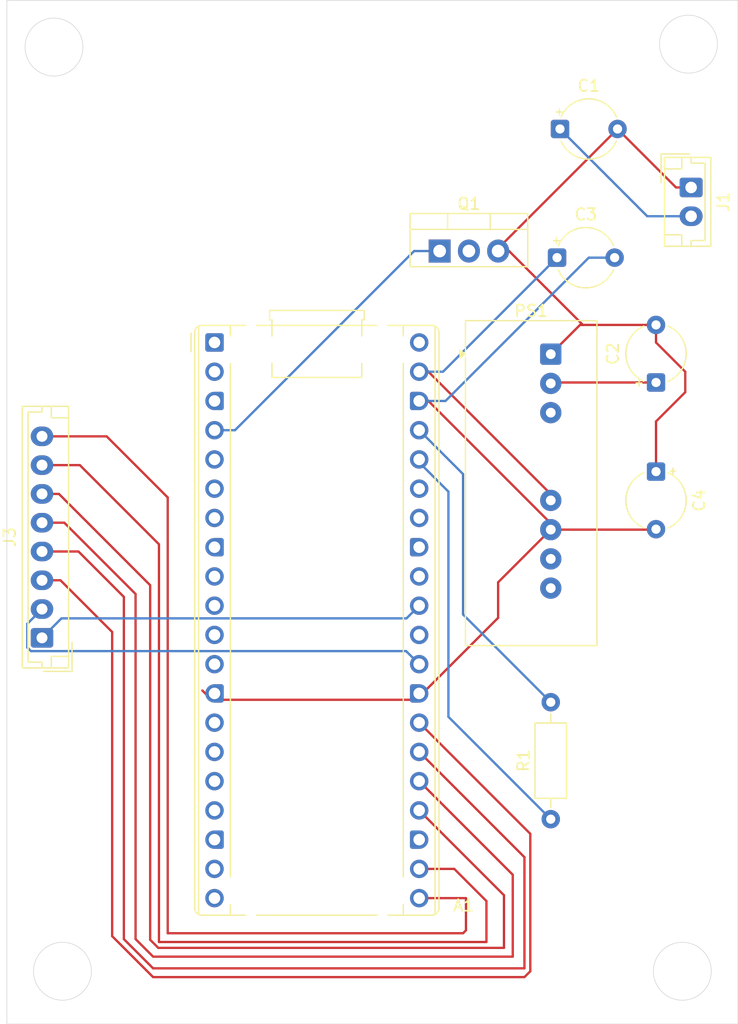
<source format=kicad_pcb>
(kicad_pcb (version 20241229) (generator "pcbnew") (generator_version "9.0")
  (title_block (title "uSafe") (date "2025-12-05") (rev "0.1.0") (company "Stanley Solutions") (comment 1 "Author: Joe Stanley") (comment 2 "License: GPL3.0"))
  (layers (0 "F.Cu" signal) (2 "B.Cu" signal) (13 "F.Paste" user) (15 "B.Paste" user) (5 "F.SilkS" user "F.Silkscreen") (7 "B.SilkS" user "B.Silkscreen") (1 "F.Mask" user) (3 "B.Mask" user) (25 "Edge.Cuts" user))
  (net 0 "")
  (net 2 "Net-(PS1--Vout)")
  (net 3 "Net-(A1-GPIO2)")
  (net 5 "Net-(A1-GPIO19)")
  (net 6 "Net-(A1-GPIO22)")
  (net 7 "Net-(A1-GPIO20)")
  (net 9 "Net-(A1-GPIO26_ADC0)")
  (net 10 "Net-(A1-3V3)")
  (net 16 "Net-(A1-GPIO17)")
  (net 18 "Net-(A1-3V3_EN)")
  (net 19 "Net-(A1-GPIO16)")
  (net 22 "Net-(A1-GPIO18)")
  (net 23 "Net-(A1-VSYS)")
  (net 31 "Net-(A1-GPIO21)")
  (net 35 "Net-(J1-Pin_1)")
  (net 36 "Net-(J1-Pin_2)")
  (net 37 "Net-(PS1-+Vin)")
  (net 40 "Net-(J2-Pin_2)")
  (footprint "Resistor_THT:R_Axial_DIN0207_L6.3mm_D2.5mm_P10.16mm_Horizontal" (layer "F.Cu") (at 161.544 134.874 90)
    (property "Reference" "R1" (at 5.08 -2.37 90) (layer "F.SilkS"))
    (property "Value" "R")
    (fp_line (start 9.12 0) (end 8.35 0) (stroke (width 0.12)) (layer "F.SilkS"))
    (fp_line (start 1.04 0) (end 1.81 0) (stroke (width 0.12)) (layer "F.SilkS"))
    (fp_rect (start 1.81 -1.37) (end 8.35 1.37) (stroke (width 0.12)) (fill no) (layer "F.SilkS"))
    (pad "1" thru_hole circle (at 0 0 90) (size 1.6 1.6) (drill 0.8) (layers "*.Cu" "*.Mask") (net 10 "Net-(A1-3V3)"))
    (pad "2" thru_hole circle (at 10.16 0 90) (size 1.6 1.6) (drill 0.8) (layers "*.Cu" "*.Mask") (net 18 "Net-(A1-3V3_EN)"))
  )
  (footprint "Capacitor_THT:CP_Radial_Tantal_D5.0mm_P5.00mm" (layer "F.Cu") (at 170.688 96.948 90)
    (property "Reference" "C2" (at 2.5 -3.75 90) (layer "F.SilkS"))
    (property "Value" "4.7uF")
    (fp_line (start -0.054775 -1.725) (end -0.054775 -1.225) (stroke (width 0.12)) (layer "F.SilkS"))
    (fp_line (start -0.304775 -1.475) (end 0.195225 -1.475) (stroke (width 0.12)) (layer "F.SilkS"))
    (fp_arc (start 0.104003 -1.06) (mid 2.5 -2.62) (end 4.895997 -1.06) (stroke (width 0.12)) (layer "F.SilkS"))
    (fp_arc (start 4.895997 1.06) (mid 2.5 2.62) (end 0.104003 1.06) (stroke (width 0.12)) (layer "F.SilkS"))
    (pad "1" thru_hole roundrect (at 0 0 90) (size 1.6 1.6) (drill 0.8) (layers "*.Cu" "*.Mask") (roundrect_rratio 0.15625) (net 37 "Net-(PS1-+Vin)"))
    (pad "2" thru_hole circle (at 5 0 90) (size 1.6 1.6) (drill 0.8) (layers "*.Cu" "*.Mask") (net 35 "Net-(J1-Pin_1)"))
  )
  (footprint "Module:RaspberryPi_Pico_Common_THT" (layer "F.Cu") (at 132.334 93.472)
    (property "Reference" "A1" (at 20.6375 48.895 0) (layer "F.SilkS") (effects (justify left)))
    (property "Value" "RaspberryPi_Pico_W")
    (fp_line (start -2.04 0.8) (end -2.04 -0.8) (stroke (width 0.12)) (layer "F.SilkS"))
    (fp_line (start -1.72 -0.87) (end -1.72 49.13) (stroke (width 0.12)) (layer "F.SilkS"))
    (fp_line (start -1.38 -1.417) (end -1.38 49.677) (stroke (width 0.12)) (layer "F.SilkS"))
    (fp_line (start -1.11 -1.48) (end 1.38 -1.48) (stroke (width 0.12)) (layer "F.SilkS"))
    (fp_line (start -1.11 49.74) (end 2.727939 49.74) (stroke (width 0.12)) (layer "F.SilkS"))
    (fp_line (start 1.38 -1.48) (end 1.38 -0.56648) (stroke (width 0.12)) (layer "F.SilkS"))
    (fp_line (start 1.38 -1.48) (end 2.72794 -1.48) (stroke (width 0.12)) (layer "F.SilkS"))
    (fp_line (start 1.38 1.82648) (end 1.38 46.43352) (stroke (width 0.12)) (layer "F.SilkS"))
    (fp_line (start 1.38 48.82648) (end 1.38 49.74) (stroke (width 0.12)) (layer "F.SilkS"))
    (fp_line (start 3.652061 -1.48) (end 4.655 -1.48) (stroke (width 0.12)) (layer "F.SilkS"))
    (fp_line (start 4.655 -1.48) (end 13.125 -1.48) (stroke (width 0.12)) (layer "F.SilkS"))
    (fp_line (start 4.78 -2.78) (end 4.78 -1.96) (stroke (width 0.12)) (layer "F.SilkS"))
    (fp_line (start 4.78 -2.78) (end 13 -2.78) (stroke (width 0.12)) (layer "F.SilkS"))
    (fp_line (start 4.78 -1.96) (end 4.99 -1.96) (stroke (width 0.12)) (layer "F.SilkS"))
    (fp_line (start 4.99 -1.96) (end 4.99 -0.564) (stroke (width 0.12)) (layer "F.SilkS"))
    (fp_line (start 4.99 1.824) (end 4.99 3.04) (stroke (width 0.12)) (layer "F.SilkS"))
    (fp_line (start 5.29 49.74) (end 3.652061 49.74) (stroke (width 0.12)) (layer "F.SilkS"))
    (fp_line (start 12.49 49.74) (end 5.29 49.74) (stroke (width 0.12)) (layer "F.SilkS"))
    (fp_line (start 12.79 -1.96) (end 12.79 -0.564) (stroke (width 0.12)) (layer "F.SilkS"))
    (fp_line (start 12.79 1.824) (end 12.79 3.04) (stroke (width 0.12)) (layer "F.SilkS"))
    (fp_line (start 12.79 3.04) (end 4.99 3.04) (stroke (width 0.12)) (layer "F.SilkS"))
    (fp_line (start 13 -2.78) (end 13 -1.96) (stroke (width 0.12)) (layer "F.SilkS"))
    (fp_line (start 13 -1.96) (end 12.79 -1.96) (stroke (width 0.12)) (layer "F.SilkS"))
    (fp_line (start 13.125 -1.48) (end 14.127939 -1.48) (stroke (width 0.12)) (layer "F.SilkS"))
    (fp_line (start 14.127939 49.74) (end 12.49 49.74) (stroke (width 0.12)) (layer "F.SilkS"))
    (fp_line (start 15.052061 -1.48) (end 16.4 -1.48) (stroke (width 0.12)) (layer "F.SilkS"))
    (fp_line (start 15.052061 49.74) (end 18.89 49.74) (stroke (width 0.12)) (layer "F.SilkS"))
    (fp_line (start 16.4 -1.48) (end 16.4 -0.56648) (stroke (width 0.12)) (layer "F.SilkS"))
    (fp_line (start 16.4 1.82648) (end 16.4 46.43352) (stroke (width 0.12)) (layer "F.SilkS"))
    (fp_line (start 16.4 48.82648) (end 16.4 49.74) (stroke (width 0.12)) (layer "F.SilkS"))
    (fp_line (start 18.89 -1.48) (end 16.4 -1.48) (stroke (width 0.12)) (layer "F.SilkS"))
    (fp_line (start 19.16 49.677) (end 19.16 -1.417) (stroke (width 0.12)) (layer "F.SilkS"))
    (fp_line (start 19.5 -0.87) (end 19.5 49.13) (stroke (width 0.12)) (layer "F.SilkS"))
    (fp_arc (start -1.72 -0.87) (mid -1.541335 -1.301335) (end -1.11 -1.48) (stroke (width 0.12)) (layer "F.SilkS"))
    (fp_arc (start -1.11 49.74) (mid -1.541364 49.561364) (end -1.72 49.13) (stroke (width 0.12)) (layer "F.SilkS"))
    (fp_arc (start 18.89 -1.48) (mid 19.321335 -1.301335) (end 19.5 -0.87) (stroke (width 0.12)) (layer "F.SilkS"))
    (fp_arc (start 19.5 49.13) (mid 19.321335 49.561335) (end 18.89 49.74) (stroke (width 0.12)) (layer "F.SilkS"))
    (pad "1" thru_hole roundrect (at 0 0) (size 1.6 1.6) (drill 1) (layers "*.Cu" "*.Mask") (roundrect_rratio 0.125))
    (pad "2" thru_hole circle (at 0 2.54) (size 1.6 1.6) (drill 1) (layers "*.Cu" "*.Mask"))
    (pad "3" thru_hole custom (at 0 5.08) (size 1.6 1.6) (drill 1) (layers "*.Cu" "*.Mask") (net 2 "Net-(PS1--Vout)") (options (clearance outline) (anchor circle)) (primitives (gr_poly (pts (xy 0.8 0.6) (xy 0.8 -0.6) (xy 0.6 -0.8) (xy 0 -0.8) (xy 0 0.8) (xy 0.6 0.8)) (width 0) (fill yes)) (gr_circle (center 0.6 0.6) (end 0.8 0.6) (width 0) (fill yes)) (gr_circle (center 0.6 -0.6) (end 0.8 -0.6) (width 0) (fill yes))))
    (pad "4" thru_hole circle (at 0 7.62) (size 1.6 1.6) (drill 1) (layers "*.Cu" "*.Mask") (net 3 "Net-(A1-GPIO2)"))
    (pad "5" thru_hole circle (at 0 10.16) (size 1.6 1.6) (drill 1) (layers "*.Cu" "*.Mask"))
    (pad "6" thru_hole circle (at 0 12.7) (size 1.6 1.6) (drill 1) (layers "*.Cu" "*.Mask"))
    (pad "7" thru_hole circle (at 0 15.24) (size 1.6 1.6) (drill 1) (layers "*.Cu" "*.Mask"))
    (pad "8" thru_hole custom (at 0 17.78) (size 1.6 1.6) (drill 1) (layers "*.Cu" "*.Mask") (net 2 "Net-(PS1--Vout)") (options (clearance outline) (anchor circle)) (primitives (gr_poly (pts (xy 0.8 0.6) (xy 0.8 -0.6) (xy 0.6 -0.8) (xy 0 -0.8) (xy 0 0.8) (xy 0.6 0.8)) (width 0) (fill yes)) (gr_circle (center 0.6 0.6) (end 0.8 0.6) (width 0) (fill yes)) (gr_circle (center 0.6 -0.6) (end 0.8 -0.6) (width 0) (fill yes))))
    (pad "9" thru_hole circle (at 0 20.32) (size 1.6 1.6) (drill 1) (layers "*.Cu" "*.Mask"))
    (pad "10" thru_hole circle (at 0 22.86) (size 1.6 1.6) (drill 1) (layers "*.Cu" "*.Mask"))
    (pad "11" thru_hole circle (at 0 25.4) (size 1.6 1.6) (drill 1) (layers "*.Cu" "*.Mask"))
    (pad "12" thru_hole circle (at 0 27.94) (size 1.6 1.6) (drill 1) (layers "*.Cu" "*.Mask"))
    (pad "13" thru_hole custom (at 0 30.48) (size 1.6 1.6) (drill 1) (layers "*.Cu" "*.Mask") (net 2 "Net-(PS1--Vout)") (options (clearance outline) (anchor circle)) (primitives (gr_poly (pts (xy 0.8 0.6) (xy 0.8 -0.6) (xy 0.6 -0.8) (xy 0 -0.8) (xy 0 0.8) (xy 0.6 0.8)) (width 0) (fill yes)) (gr_circle (center 0.6 0.6) (end 0.8 0.6) (width 0) (fill yes)) (gr_circle (center 0.6 -0.6) (end 0.8 -0.6) (width 0) (fill yes))))
    (pad "14" thru_hole circle (at 0 33.02) (size 1.6 1.6) (drill 1) (layers "*.Cu" "*.Mask"))
    (pad "15" thru_hole circle (at 0 35.56) (size 1.6 1.6) (drill 1) (layers "*.Cu" "*.Mask"))
    (pad "16" thru_hole circle (at 0 38.1) (size 1.6 1.6) (drill 1) (layers "*.Cu" "*.Mask"))
    (pad "17" thru_hole circle (at 0 40.64) (size 1.6 1.6) (drill 1) (layers "*.Cu" "*.Mask"))
    (pad "18" thru_hole custom (at 0 43.18) (size 1.6 1.6) (drill 1) (layers "*.Cu" "*.Mask") (net 2 "Net-(PS1--Vout)") (options (clearance outline) (anchor circle)) (primitives (gr_poly (pts (xy 0.8 0.6) (xy 0.8 -0.6) (xy 0.6 -0.8) (xy 0 -0.8) (xy 0 0.8) (xy 0.6 0.8)) (width 0) (fill yes)) (gr_circle (center 0.6 0.6) (end 0.8 0.6) (width 0) (fill yes)) (gr_circle (center 0.6 -0.6) (end 0.8 -0.6) (width 0) (fill yes))))
    (pad "19" thru_hole circle (at 0 45.72) (size 1.6 1.6) (drill 1) (layers "*.Cu" "*.Mask"))
    (pad "20" thru_hole circle (at 0 48.26) (size 1.6 1.6) (drill 1) (layers "*.Cu" "*.Mask"))
    (pad "21" thru_hole circle (at 17.78 48.26) (size 1.6 1.6) (drill 1) (layers "*.Cu" "*.Mask") (net 19 "Net-(A1-GPIO16)"))
    (pad "22" thru_hole circle (at 17.78 45.72) (size 1.6 1.6) (drill 1) (layers "*.Cu" "*.Mask") (net 16 "Net-(A1-GPIO17)"))
    (pad "23" thru_hole custom (at 17.78 43.18) (size 1.6 1.6) (drill 1) (layers "*.Cu" "*.Mask") (net 2 "Net-(PS1--Vout)") (options (clearance outline) (anchor circle)) (primitives (gr_poly (pts (xy -0.8 0.6) (xy -0.8 -0.6) (xy -0.6 -0.8) (xy 0 -0.8) (xy 0 0.8) (xy -0.6 0.8)) (width 0) (fill yes)) (gr_circle (center -0.6 0.6) (end -0.4 0.6) (width 0) (fill yes)) (gr_circle (center -0.6 -0.6) (end -0.4 -0.6) (width 0) (fill yes))))
    (pad "24" thru_hole circle (at 17.78 40.64) (size 1.6 1.6) (drill 1) (layers "*.Cu" "*.Mask") (net 22 "Net-(A1-GPIO18)"))
    (pad "25" thru_hole circle (at 17.78 38.1) (size 1.6 1.6) (drill 1) (layers "*.Cu" "*.Mask") (net 5 "Net-(A1-GPIO19)"))
    (pad "26" thru_hole circle (at 17.78 35.56) (size 1.6 1.6) (drill 1) (layers "*.Cu" "*.Mask") (net 7 "Net-(A1-GPIO20)"))
    (pad "27" thru_hole circle (at 17.78 33.02) (size 1.6 1.6) (drill 1) (layers "*.Cu" "*.Mask") (net 31 "Net-(A1-GPIO21)"))
    (pad "28" thru_hole custom (at 17.78 30.48) (size 1.6 1.6) (drill 1) (layers "*.Cu" "*.Mask") (net 2 "Net-(PS1--Vout)") (options (clearance outline) (anchor circle)) (primitives (gr_poly (pts (xy -0.8 0.6) (xy -0.8 -0.6) (xy -0.6 -0.8) (xy 0 -0.8) (xy 0 0.8) (xy -0.6 0.8)) (width 0) (fill yes)) (gr_circle (center -0.6 0.6) (end -0.4 0.6) (width 0) (fill yes)) (gr_circle (center -0.6 -0.6) (end -0.4 -0.6) (width 0) (fill yes))))
    (pad "29" thru_hole circle (at 17.78 27.94) (size 1.6 1.6) (drill 1) (layers "*.Cu" "*.Mask") (net 6 "Net-(A1-GPIO22)"))
    (pad "30" thru_hole circle (at 17.78 25.4) (size 1.6 1.6) (drill 1) (layers "*.Cu" "*.Mask"))
    (pad "31" thru_hole circle (at 17.78 22.86) (size 1.6 1.6) (drill 1) (layers "*.Cu" "*.Mask") (net 9 "Net-(A1-GPIO26_ADC0)"))
    (pad "32" thru_hole circle (at 17.78 20.32) (size 1.6 1.6) (drill 1) (layers "*.Cu" "*.Mask"))
    (pad "33" thru_hole custom (at 17.78 17.78) (size 1.6 1.6) (drill 1) (layers "*.Cu" "*.Mask") (options (clearance outline) (anchor circle)) (primitives (gr_poly (pts (xy -0.8 0.6) (xy -0.8 -0.6) (xy -0.6 -0.8) (xy 0 -0.8) (xy 0 0.8) (xy -0.6 0.8)) (width 0) (fill yes)) (gr_circle (center -0.6 0.6) (end -0.4 0.6) (width 0) (fill yes)) (gr_circle (center -0.6 -0.6) (end -0.4 -0.6) (width 0) (fill yes))))
    (pad "34" thru_hole circle (at 17.78 15.24) (size 1.6 1.6) (drill 1) (layers "*.Cu" "*.Mask"))
    (pad "35" thru_hole circle (at 17.78 12.7) (size 1.6 1.6) (drill 1) (layers "*.Cu" "*.Mask"))
    (pad "36" thru_hole circle (at 17.78 10.16) (size 1.6 1.6) (drill 1) (layers "*.Cu" "*.Mask") (net 10 "Net-(A1-3V3)"))
    (pad "37" thru_hole circle (at 17.78 7.62) (size 1.6 1.6) (drill 1) (layers "*.Cu" "*.Mask") (net 18 "Net-(A1-3V3_EN)"))
    (pad "38" thru_hole custom (at 17.78 5.08) (size 1.6 1.6) (drill 1) (layers "*.Cu" "*.Mask") (net 2 "Net-(PS1--Vout)") (options (clearance outline) (anchor circle)) (primitives (gr_poly (pts (xy -0.8 0.6) (xy -0.8 -0.6) (xy -0.6 -0.8) (xy 0 -0.8) (xy 0 0.8) (xy -0.6 0.8)) (width 0) (fill yes)) (gr_circle (center -0.6 0.6) (end -0.4 0.6) (width 0) (fill yes)) (gr_circle (center -0.6 -0.6) (end -0.4 -0.6) (width 0) (fill yes))))
    (pad "39" thru_hole circle (at 17.78 2.54) (size 1.6 1.6) (drill 1) (layers "*.Cu" "*.Mask") (net 23 "Net-(A1-VSYS)"))
    (pad "40" thru_hole circle (at 17.78 0) (size 1.6 1.6) (drill 1) (layers "*.Cu" "*.Mask"))
  )
  (footprint "Connector_JST:JST_EH_B8B-EH-A_1x08_P2.50mm_Vertical" (layer "F.Cu") (at 117.348 119.126 90)
    (property "Reference" "J3" (at 8.75 -2.8 90) (layer "F.SilkS"))
    (property "Value" "Conn_01x08_Pin")
    (fp_line (start 20.11 -1.71) (end -2.61 -1.71) (stroke (width 0.12)) (layer "F.SilkS"))
    (fp_line (start -2.61 -1.71) (end -2.61 2.31) (stroke (width 0.12)) (layer "F.SilkS"))
    (fp_line (start 19.61 -1.21) (end 19.61 0) (stroke (width 0.12)) (layer "F.SilkS"))
    (fp_line (start -2.11 -1.21) (end 19.61 -1.21) (stroke (width 0.12)) (layer "F.SilkS"))
    (fp_line (start 19.61 0) (end 20.11 0) (stroke (width 0.12)) (layer "F.SilkS"))
    (fp_line (start -2.11 0) (end -2.11 -1.21) (stroke (width 0.12)) (layer "F.SilkS"))
    (fp_line (start -2.61 0) (end -2.11 0) (stroke (width 0.12)) (layer "F.SilkS"))
    (fp_line (start -2.91 0.11) (end -2.91 2.61) (stroke (width 0.12)) (layer "F.SilkS"))
    (fp_line (start 20.11 0.81) (end 19.11 0.81) (stroke (width 0.12)) (layer "F.SilkS"))
    (fp_line (start 19.11 0.81) (end 19.11 2.31) (stroke (width 0.12)) (layer "F.SilkS"))
    (fp_line (start -1.61 0.81) (end -1.61 2.31) (stroke (width 0.12)) (layer "F.SilkS"))
    (fp_line (start -2.61 0.81) (end -1.61 0.81) (stroke (width 0.12)) (layer "F.SilkS"))
    (fp_line (start 20.11 2.31) (end 20.11 -1.71) (stroke (width 0.12)) (layer "F.SilkS"))
    (fp_line (start -2.61 2.31) (end 20.11 2.31) (stroke (width 0.12)) (layer "F.SilkS"))
    (fp_line (start -2.91 2.61) (end -0.41 2.61) (stroke (width 0.12)) (layer "F.SilkS"))
    (pad "1" thru_hole roundrect (at 0 0 90) (size 1.7 1.95) (drill 0.95) (layers "*.Cu" "*.Mask") (roundrect_rratio 0.147059) (net 9 "Net-(A1-GPIO26_ADC0)"))
    (pad "2" thru_hole oval (at 2.5 0 90) (size 1.7 1.95) (drill 0.95) (layers "*.Cu" "*.Mask") (net 6 "Net-(A1-GPIO22)"))
    (pad "3" thru_hole oval (at 5 0 90) (size 1.7 1.95) (drill 0.95) (layers "*.Cu" "*.Mask") (net 31 "Net-(A1-GPIO21)"))
    (pad "4" thru_hole oval (at 7.5 0 90) (size 1.7 1.95) (drill 0.95) (layers "*.Cu" "*.Mask") (net 7 "Net-(A1-GPIO20)"))
    (pad "5" thru_hole oval (at 10 0 90) (size 1.7 1.95) (drill 0.95) (layers "*.Cu" "*.Mask") (net 5 "Net-(A1-GPIO19)"))
    (pad "6" thru_hole oval (at 12.5 0 90) (size 1.7 1.95) (drill 0.95) (layers "*.Cu" "*.Mask") (net 22 "Net-(A1-GPIO18)"))
    (pad "7" thru_hole oval (at 15 0 90) (size 1.7 1.95) (drill 0.95) (layers "*.Cu" "*.Mask") (net 16 "Net-(A1-GPIO17)"))
    (pad "8" thru_hole oval (at 17.5 0 90) (size 1.7 1.95) (drill 0.95) (layers "*.Cu" "*.Mask") (net 19 "Net-(A1-GPIO16)"))
  )
  (footprint "Capacitor_THT:CP_Radial_Tantal_D5.0mm_P5.00mm" (layer "F.Cu") (at 162.092 86.106)
    (property "Reference" "C3" (at 2.5 -3.75 0) (layer "F.SilkS"))
    (property "Value" "100uF")
    (fp_line (start -0.304775 -1.475) (end 0.195225 -1.475) (stroke (width 0.12)) (layer "F.SilkS"))
    (fp_line (start -0.054775 -1.725) (end -0.054775 -1.225) (stroke (width 0.12)) (layer "F.SilkS"))
    (fp_arc (start 0.104003 -1.06) (mid 2.5 -2.62) (end 4.895997 -1.06) (stroke (width 0.12)) (layer "F.SilkS"))
    (fp_arc (start 4.895997 1.06) (mid 2.5 2.62) (end 0.104003 1.06) (stroke (width 0.12)) (layer "F.SilkS"))
    (pad "1" thru_hole roundrect (at 0 0) (size 1.6 1.6) (drill 0.8) (layers "*.Cu" "*.Mask") (roundrect_rratio 0.15625) (net 23 "Net-(A1-VSYS)"))
    (pad "2" thru_hole circle (at 5 0) (size 1.6 1.6) (drill 0.8) (layers "*.Cu" "*.Mask") (net 2 "Net-(PS1--Vout)"))
  )
  (footprint "Converter_DCDC:Converter_DCDC_XP_POWER-ITxxxxxS_THT" (layer "F.Cu") (at 161.544 94.488)
    (property "Reference" "PS1" (at -1.7 -3.76 0) (layer "F.SilkS"))
    (property "Value" "ITX4824SA-R")
    (fp_line (start -7.41 -2.91) (end 4.01 -2.91) (stroke (width 0.12)) (layer "F.SilkS"))
    (fp_line (start -7.41 -0.296) (end -7.41 -2.91) (stroke (width 0.12)) (layer "F.SilkS"))
    (fp_line (start -7.41 25.31) (end -7.41 0.296) (stroke (width 0.12)) (layer "F.SilkS"))
    (fp_line (start 4.01 -2.91) (end 4.01 25.31) (stroke (width 0.12)) (layer "F.SilkS"))
    (fp_line (start 4.01 25.31) (end -7.41 25.31) (stroke (width 0.12)) (layer "F.SilkS"))
    (fp_poly (pts (xy -7.41 0) (xy -7.88 0.34) (xy -7.88 -0.34)) (stroke (width 0.12)) (fill yes) (layer "F.SilkS"))
    (pad "1" thru_hole roundrect (at 0 0) (size 1.85 1.85) (drill 0.85) (layers "*.Cu" "*.Mask") (roundrect_rratio 0.135135) (net 35 "Net-(J1-Pin_1)"))
    (pad "2" thru_hole circle (at 0 2.54) (size 1.85 1.85) (drill 0.85) (layers "*.Cu" "*.Mask") (net 37 "Net-(PS1-+Vin)"))
    (pad "3" thru_hole circle (at 0 5.08) (size 1.85 1.85) (drill 0.85) (layers "*.Cu" "*.Mask"))
    (pad "6" thru_hole circle (at 0 12.7) (size 1.85 1.85) (drill 0.85) (layers "*.Cu" "*.Mask") (net 23 "Net-(A1-VSYS)"))
    (pad "7" thru_hole circle (at 0 15.24) (size 1.85 1.85) (drill 0.85) (layers "*.Cu" "*.Mask") (net 2 "Net-(PS1--Vout)"))
    (pad "8" thru_hole circle (at 0 17.78) (size 1.85 1.85) (drill 0.85) (layers "*.Cu" "*.Mask"))
    (pad "9" thru_hole circle (at 0 20.32) (size 1.85 1.85) (drill 0.85) (layers "*.Cu" "*.Mask"))
  )
  (footprint "Capacitor_THT:CP_Radial_Tantal_D5.0mm_P5.00mm" (layer "F.Cu") (at 170.688 104.688 -90)
    (property "Reference" "C4" (at 2.5 -3.75 90) (layer "F.SilkS"))
    (property "Value" "1nF")
    (fp_line (start -0.304775 -1.475) (end 0.195225 -1.475) (stroke (width 0.12)) (layer "F.SilkS"))
    (fp_line (start -0.054775 -1.725) (end -0.054775 -1.225) (stroke (width 0.12)) (layer "F.SilkS"))
    (fp_arc (start 4.895997 1.06) (mid 2.5 2.62) (end 0.104003 1.06) (stroke (width 0.12)) (layer "F.SilkS"))
    (fp_arc (start 0.104003 -1.06) (mid 2.5 -2.62) (end 4.895997 -1.06) (stroke (width 0.12)) (layer "F.SilkS"))
    (pad "1" thru_hole roundrect (at 0 0 270) (size 1.6 1.6) (drill 0.8) (layers "*.Cu" "*.Mask") (roundrect_rratio 0.15625) (net 35 "Net-(J1-Pin_1)"))
    (pad "2" thru_hole circle (at 5 0 270) (size 1.6 1.6) (drill 0.8) (layers "*.Cu" "*.Mask") (net 2 "Net-(PS1--Vout)"))
  )
  (footprint "Connector_JST:JST_EH_B2B-EH-A_1x02_P2.50mm_Vertical" (layer "F.Cu") (at 173.736 80.01 -90)
    (property "Reference" "J1" (at 1.25 -2.8 90) (layer "F.SilkS"))
    (property "Value" "Conn_01x02_Socket")
    (fp_line (start -2.91 2.61) (end -0.41 2.61) (stroke (width 0.12)) (layer "F.SilkS"))
    (fp_line (start -2.61 2.31) (end 5.11 2.31) (stroke (width 0.12)) (layer "F.SilkS"))
    (fp_line (start 5.11 2.31) (end 5.11 -1.71) (stroke (width 0.12)) (layer "F.SilkS"))
    (fp_line (start -2.61 0.81) (end -1.61 0.81) (stroke (width 0.12)) (layer "F.SilkS"))
    (fp_line (start -1.61 0.81) (end -1.61 2.31) (stroke (width 0.12)) (layer "F.SilkS"))
    (fp_line (start 4.11 0.81) (end 4.11 2.31) (stroke (width 0.12)) (layer "F.SilkS"))
    (fp_line (start 5.11 0.81) (end 4.11 0.81) (stroke (width 0.12)) (layer "F.SilkS"))
    (fp_line (start -2.91 0.11) (end -2.91 2.61) (stroke (width 0.12)) (layer "F.SilkS"))
    (fp_line (start -2.61 0) (end -2.11 0) (stroke (width 0.12)) (layer "F.SilkS"))
    (fp_line (start -2.11 0) (end -2.11 -1.21) (stroke (width 0.12)) (layer "F.SilkS"))
    (fp_line (start 4.61 0) (end 5.11 0) (stroke (width 0.12)) (layer "F.SilkS"))
    (fp_line (start -2.11 -1.21) (end 4.61 -1.21) (stroke (width 0.12)) (layer "F.SilkS"))
    (fp_line (start 4.61 -1.21) (end 4.61 0) (stroke (width 0.12)) (layer "F.SilkS"))
    (fp_line (start -2.61 -1.71) (end -2.61 2.31) (stroke (width 0.12)) (layer "F.SilkS"))
    (fp_line (start 5.11 -1.71) (end -2.61 -1.71) (stroke (width 0.12)) (layer "F.SilkS"))
    (pad "1" thru_hole roundrect (at 0 0 270) (size 1.7 2) (drill 1) (layers "*.Cu" "*.Mask") (roundrect_rratio 0.147059) (net 35 "Net-(J1-Pin_1)"))
    (pad "2" thru_hole oval (at 2.5 0 270) (size 1.7 2) (drill 1) (layers "*.Cu" "*.Mask") (net 36 "Net-(J1-Pin_2)"))
  )
  (footprint "Capacitor_THT:CP_Radial_Tantal_D5.0mm_P5.00mm" (layer "F.Cu") (at 162.346 74.93)
    (property "Reference" "C1" (at 2.5 -3.75 0) (layer "F.SilkS"))
    (property "Value" "4.7uF")
    (fp_line (start -0.304775 -1.475) (end 0.195225 -1.475) (stroke (width 0.12)) (layer "F.SilkS"))
    (fp_line (start -0.054775 -1.725) (end -0.054775 -1.225) (stroke (width 0.12)) (layer "F.SilkS"))
    (fp_arc (start 0.104003 -1.06) (mid 2.5 -2.62) (end 4.895997 -1.06) (stroke (width 0.12)) (layer "F.SilkS"))
    (fp_arc (start 4.895997 1.06) (mid 2.5 2.62) (end 0.104003 1.06) (stroke (width 0.12)) (layer "F.SilkS"))
    (pad "1" thru_hole roundrect (at 0 0) (size 1.6 1.6) (drill 0.8) (layers "*.Cu" "*.Mask") (roundrect_rratio 0.15625) (net 36 "Net-(J1-Pin_2)"))
    (pad "2" thru_hole circle (at 5 0) (size 1.6 1.6) (drill 0.8) (layers "*.Cu" "*.Mask") (net 35 "Net-(J1-Pin_1)"))
  )
  (footprint "Package_TO_SOT_THT:TO-220-3_Vertical" (layer "F.Cu") (at 151.892 85.532)
    (property "Reference" "Q1" (at 2.54 -4.1 0) (layer "F.SilkS"))
    (property "Value" "BUZ11")
    (fp_line (start -2.57 -3.26) (end 7.65 -3.26) (stroke (width 0.12)) (layer "F.SilkS"))
    (fp_line (start -2.57 -1.88) (end 7.65 -1.88) (stroke (width 0.12)) (layer "F.SilkS"))
    (fp_line (start -2.57 1.36) (end -2.57 -3.26) (stroke (width 0.12)) (layer "F.SilkS"))
    (fp_line (start 0.69 -3.26) (end 0.69 -1.88) (stroke (width 0.12)) (layer "F.SilkS"))
    (fp_line (start 4.39 -3.26) (end 4.39 -1.88) (stroke (width 0.12)) (layer "F.SilkS"))
    (fp_line (start 7.65 -3.26) (end 7.65 1.36) (stroke (width 0.12)) (layer "F.SilkS"))
    (fp_line (start 7.65 1.36) (end -2.57 1.36) (stroke (width 0.12)) (layer "F.SilkS"))
    (pad "1" thru_hole rect (at 0 0) (size 1.905 2) (drill 1.1) (layers "*.Cu" "*.Mask") (net 3 "Net-(A1-GPIO2)"))
    (pad "2" thru_hole oval (at 2.54 0) (size 1.905 2) (drill 1.1) (layers "*.Cu" "*.Mask") (net 40 "Net-(J2-Pin_2)"))
    (pad "3" thru_hole oval (at 5.08 0) (size 1.905 2) (drill 1.1) (layers "*.Cu" "*.Mask") (net 35 "Net-(J1-Pin_1)"))
  )
  (gr_circle (center 118.389528 67.818) (end 120.167528 69.596) (stroke (width 0.05)) (fill no) (layer "Edge.Cuts"))
  (gr_rect (start 114.3 63.754) (end 177.8 152.654) (stroke (width 0.05)) (fill no) (layer "Edge.Cuts"))
  (gr_circle (center 119.126 148.082) (end 120.904 149.86) (stroke (width 0.05)) (fill no) (layer "Edge.Cuts"))
  (gr_circle (center 173.507528 67.564) (end 175.285528 69.342) (stroke (width 0.05)) (fill no) (layer "Edge.Cuts"))
  (gr_circle (center 172.974 148.082) (end 174.752 149.86) (stroke (width 0.05)) (fill no) (layer "Edge.Cuts"))
  (segment (start 161.544 109.728) (end 170.648 109.728) (width 0.2) (layer "F.Cu") (net 2))
  (segment (start 132.085 124.503) (end 131.28 123.698) (width 0.2) (layer "F.Cu") (net 2))
  (segment (start 156.972 114.3) (end 161.544 109.728) (width 0.2) (layer "F.Cu") (net 2))
  (segment (start 170.648 109.728) (end 170.688 109.688) (width 0.2) (layer "F.Cu") (net 2))
  (segment (start 150.66 123.698) (end 149.855 124.503) (width 0.2) (layer "F.Cu") (net 2))
  (segment (start 161.544 109.182) (end 150.66 98.298) (width 0.2) (layer "F.Cu") (net 2))
  (segment (start 149.855 124.503) (end 132.085 124.503) (width 0.2) (layer "F.Cu") (net 2))
  (segment (start 150.66 123.698) (end 156.972 117.386) (width 0.2) (layer "F.Cu") (net 2))
  (segment (start 161.544 109.728) (end 161.544 109.182) (width 0.2) (layer "F.Cu") (net 2))
  (segment (start 156.972 117.386) (end 156.972 114.3) (width 0.2) (layer "F.Cu") (net 2))
  (segment (start 152.4 98.552) (end 164.846 86.106) (width 0.2) (layer "B.Cu") (net 2))
  (segment (start 164.846 86.106) (end 167.092 86.106) (width 0.2) (layer "B.Cu") (net 2))
  (segment (start 150.114 98.552) (end 152.4 98.552) (width 0.2) (layer "B.Cu") (net 2))
  (segment (start 134.112 101.092) (end 132.334 101.092) (width 0.2) (layer "B.Cu") (net 3))
  (segment (start 151.892 85.532) (end 149.672 85.532) (width 0.2) (layer "B.Cu") (net 3))
  (segment (start 149.672 85.532) (end 134.112 101.092) (width 0.2) (layer "B.Cu") (net 3))
  (segment (start 125.476 115.316) (end 119.286 109.126) (width 0.2) (layer "F.Cu") (net 5))
  (segment (start 125.476 145.288) (end 125.476 115.316) (width 0.2) (layer "F.Cu") (net 5))
  (segment (start 127 146.812) (end 125.476 145.288) (width 0.2) (layer "F.Cu") (net 5))
  (segment (start 119.286 109.126) (end 117.348 109.126) (width 0.2) (layer "F.Cu") (net 5))
  (segment (start 158.242 146.812) (end 127 146.812) (width 0.2) (layer "F.Cu") (net 5))
  (segment (start 150.114 131.572) (end 158.242 139.7) (width 0.2) (layer "F.Cu") (net 5))
  (segment (start 158.242 139.7) (end 158.242 146.812) (width 0.2) (layer "F.Cu") (net 5))
  (segment (start 116.072 119.96116) (end 116.072 117.902) (width 0.2) (layer "B.Cu") (net 6))
  (segment (start 150.114 121.412) (end 148.979 120.277) (width 0.2) (layer "B.Cu") (net 6))
  (segment (start 116.38784 120.277) (end 116.072 119.96116) (width 0.2) (layer "B.Cu") (net 6))
  (segment (start 116.072 117.902) (end 117.348 116.626) (width 0.2) (layer "B.Cu") (net 6))
  (segment (start 148.979 120.277) (end 116.38784 120.277) (width 0.2) (layer "B.Cu") (net 6))
  (segment (start 120.516 111.626) (end 117.348 111.626) (width 0.2) (layer "F.Cu") (net 7))
  (segment (start 159.258 147.828) (end 127 147.828) (width 0.2) (layer "F.Cu") (net 7))
  (segment (start 159.258 138.176) (end 159.258 147.828) (width 0.2) (layer "F.Cu") (net 7))
  (segment (start 127 147.828) (end 124.46 145.288) (width 0.2) (layer "F.Cu") (net 7))
  (segment (start 150.114 129.032) (end 159.258 138.176) (width 0.2) (layer "F.Cu") (net 7))
  (segment (start 124.46 145.288) (end 124.46 115.57) (width 0.2) (layer "F.Cu") (net 7))
  (segment (start 124.46 115.57) (end 120.516 111.626) (width 0.2) (layer "F.Cu") (net 7))
  (segment (start 150.114 116.332) (end 149.013 117.433) (width 0.2) (layer "B.Cu") (net 9))
  (segment (start 149.013 117.433) (end 119.041 117.433) (width 0.2) (layer "B.Cu") (net 9))
  (segment (start 119.041 117.433) (end 117.348 119.126) (width 0.2) (layer "B.Cu") (net 9))
  (segment (start 150.114 103.886) (end 152.654 106.426) (width 0.2) (layer "B.Cu") (net 10))
  (segment (start 150.114 103.632) (end 150.114 103.886) (width 0.2) (layer "B.Cu") (net 10))
  (segment (start 152.654 125.984) (end 161.544 134.874) (width 0.2) (layer "B.Cu") (net 10))
  (segment (start 152.654 106.426) (end 152.654 125.984) (width 0.2) (layer "B.Cu") (net 10))
  (segment (start 153.162 139.192) (end 155.956 141.986) (width 0.2) (layer "F.Cu") (net 16))
  (segment (start 155.956 145.542) (end 127.508 145.542) (width 0.2) (layer "F.Cu") (net 16))
  (segment (start 120.636 104.126) (end 117.348 104.126) (width 0.2) (layer "F.Cu") (net 16))
  (segment (start 150.114 139.192) (end 153.162 139.192) (width 0.2) (layer "F.Cu") (net 16))
  (segment (start 155.956 141.986) (end 155.956 145.542) (width 0.2) (layer "F.Cu") (net 16))
  (segment (start 127.508 110.998) (end 120.636 104.126) (width 0.2) (layer "F.Cu") (net 16))
  (segment (start 127.508 145.542) (end 127.508 110.998) (width 0.2) (layer "F.Cu") (net 16))
  (segment (start 153.924 117.094) (end 153.924 104.902) (width 0.2) (layer "B.Cu") (net 18))
  (segment (start 153.924 104.902) (end 150.114 101.092) (width 0.2) (layer "B.Cu") (net 18))
  (segment (start 161.544 124.714) (end 153.924 117.094) (width 0.2) (layer "B.Cu") (net 18))
  (segment (start 150.114 141.732) (end 154.178 141.732) (width 0.2) (layer "F.Cu") (net 19))
  (segment (start 153.924 144.78) (end 128.27 144.78) (width 0.2) (layer "F.Cu") (net 19))
  (segment (start 128.27 144.78) (end 128.27 106.934) (width 0.2) (layer "F.Cu") (net 19))
  (segment (start 122.962 101.626) (end 117.348 101.626) (width 0.2) (layer "F.Cu") (net 19))
  (segment (start 128.27 106.934) (end 122.962 101.626) (width 0.2) (layer "F.Cu") (net 19))
  (segment (start 154.178 144.526) (end 153.924 144.78) (width 0.2) (layer "F.Cu") (net 19))
  (segment (start 154.178 141.732) (end 154.178 144.526) (width 0.2) (layer "F.Cu") (net 19))
  (segment (start 157.48 146.05) (end 127.4489 146.05) (width 0.2) (layer "F.Cu") (net 22))
  (segment (start 118.818 106.626) (end 117.348 106.626) (width 0.2) (layer "F.Cu") (net 22))
  (segment (start 126.746 145.3471) (end 126.746 114.554) (width 0.2) (layer "F.Cu") (net 22))
  (segment (start 157.48 141.478) (end 157.48 146.05) (width 0.2) (layer "F.Cu") (net 22))
  (segment (start 126.746 114.554) (end 118.818 106.626) (width 0.2) (layer "F.Cu") (net 22))
  (segment (start 150.114 134.112) (end 157.48 141.478) (width 0.2) (layer "F.Cu") (net 22))
  (segment (start 127.4489 146.05) (end 126.746 145.3471) (width 0.2) (layer "F.Cu") (net 22))
  (segment (start 161.544 106.642) (end 150.66 95.758) (width 0.2) (layer "F.Cu") (net 23))
  (segment (start 161.544 107.188) (end 161.544 106.642) (width 0.2) (layer "F.Cu") (net 23))
  (segment (start 152.186 96.012) (end 162.092 86.106) (width 0.2) (layer "B.Cu") (net 23))
  (segment (start 150.114 96.012) (end 152.186 96.012) (width 0.2) (layer "B.Cu") (net 23))
  (segment (start 123.444 118.618) (end 118.952 114.126) (width 0.2) (layer "F.Cu") (net 31))
  (segment (start 159.766 136.144) (end 159.766 148.082) (width 0.2) (layer "F.Cu") (net 31))
  (segment (start 118.952 114.126) (end 117.348 114.126) (width 0.2) (layer "F.Cu") (net 31))
  (segment (start 123.444 145.034) (end 123.444 118.618) (width 0.2) (layer "F.Cu") (net 31))
  (segment (start 159.766 148.082) (end 159.258 148.59) (width 0.2) (layer "F.Cu") (net 31))
  (segment (start 159.258 148.59) (end 127 148.59) (width 0.2) (layer "F.Cu") (net 31))
  (segment (start 150.114 126.492) (end 159.766 136.144) (width 0.2) (layer "F.Cu") (net 31))
  (segment (start 127 148.59) (end 123.444 145.034) (width 0.2) (layer "F.Cu") (net 31))
  (segment (start 156.972 85.532) (end 156.972 85.304) (width 0.2) (layer "F.Cu") (net 35))
  (segment (start 173.228 97.79) (end 173.228 96.012) (width 0.2) (layer "F.Cu") (net 35))
  (segment (start 156.972 85.304) (end 167.346 74.93) (width 0.2) (layer "F.Cu") (net 35))
  (segment (start 170.688 100.33) (end 173.228 97.79) (width 0.2) (layer "F.Cu") (net 35))
  (segment (start 170.688 91.948) (end 164.338 91.948) (width 0.2) (layer "F.Cu") (net 35))
  (segment (start 173.736 80.01) (end 172.426 80.01) (width 0.2) (layer "F.Cu") (net 35))
  (segment (start 172.426 80.01) (end 167.346 74.93) (width 0.2) (layer "F.Cu") (net 35))
  (segment (start 164.084 91.948) (end 161.544 94.488) (width 0.2) (layer "F.Cu") (net 35))
  (segment (start 170.688 104.688) (end 170.688 100.33) (width 0.2) (layer "F.Cu") (net 35))
  (segment (start 164.338 91.948) (end 164.084 91.948) (width 0.2) (layer "F.Cu") (net 35))
  (segment (start 170.688 93.472) (end 170.688 91.948) (width 0.2) (layer "F.Cu") (net 35))
  (segment (start 173.228 96.012) (end 170.688 93.472) (width 0.2) (layer "F.Cu") (net 35))
  (segment (start 156.972 85.532) (end 157.922 85.532) (width 0.2) (layer "F.Cu") (net 35))
  (segment (start 157.922 85.532) (end 164.338 91.948) (width 0.2) (layer "F.Cu") (net 35))
  (segment (start 169.926 82.51) (end 162.346 74.93) (width 0.2) (layer "B.Cu") (net 36))
  (segment (start 173.736 82.51) (end 169.926 82.51) (width 0.2) (layer "B.Cu") (net 36))
  (segment (start 170.688 96.948) (end 161.624 96.948) (width 0.2) (layer "F.Cu") (net 37))
  (segment (start 161.624 96.948) (end 161.544 97.028) (width 0.2) (layer "F.Cu") (net 37))
)
</source>
